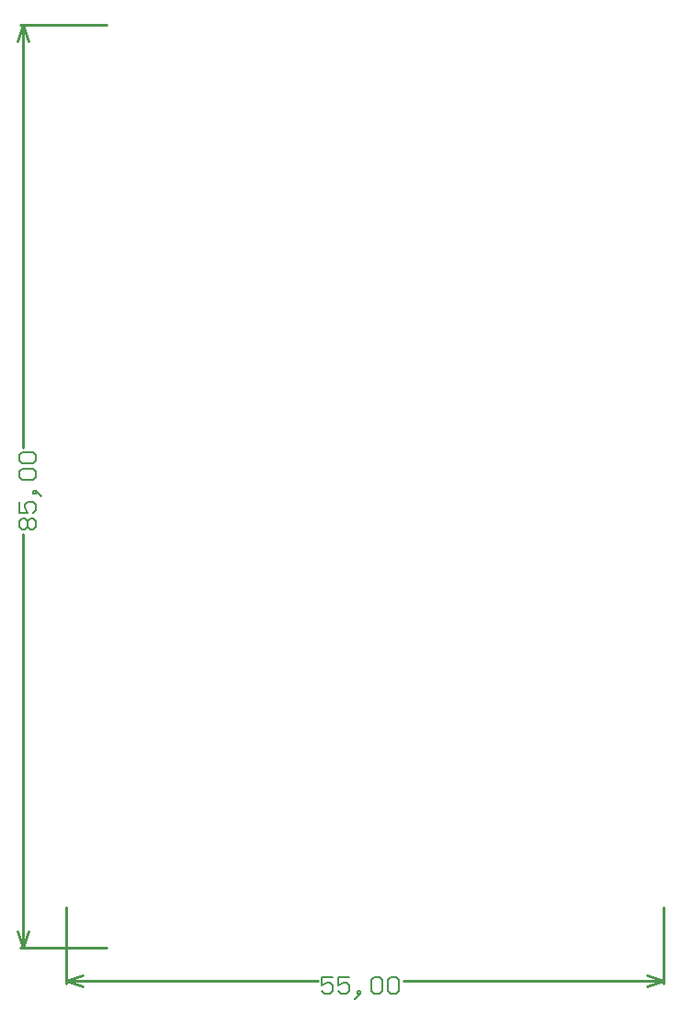
<source format=gm1>
G04 Layer_Color=16711935*
%FSLAX25Y25*%
%MOIN*%
G70*
G01*
G75*
%ADD30C,0.00600*%
%ADD34C,0.01000*%
D30*
X-16148Y151727D02*
X-17147Y152727D01*
Y154726D01*
X-16148Y155726D01*
X-15148D01*
X-14148Y154726D01*
X-13149Y155726D01*
X-12149D01*
X-11149Y154726D01*
Y152727D01*
X-12149Y151727D01*
X-13149D01*
X-14148Y152727D01*
X-15148Y151727D01*
X-16148D01*
X-14148Y152727D02*
Y154726D01*
X-17147Y161724D02*
Y157725D01*
X-14148D01*
X-15148Y159725D01*
Y160724D01*
X-14148Y161724D01*
X-12149D01*
X-11149Y160724D01*
Y158725D01*
X-12149Y157725D01*
X-10150Y164723D02*
X-11149Y165723D01*
X-12149D01*
Y164723D01*
X-11149D01*
Y165723D01*
X-10150Y164723D01*
X-9150Y163724D01*
X-16148Y169721D02*
X-17147Y170721D01*
Y172721D01*
X-16148Y173720D01*
X-12149D01*
X-11149Y172721D01*
Y170721D01*
X-12149Y169721D01*
X-16148D01*
Y175720D02*
X-17147Y176719D01*
Y178719D01*
X-16148Y179718D01*
X-12149D01*
X-11149Y178719D01*
Y176719D01*
X-12149Y175720D01*
X-16148D01*
X96671Y-10412D02*
X92672D01*
Y-13411D01*
X94672Y-12411D01*
X95671D01*
X96671Y-13411D01*
Y-15410D01*
X95671Y-16410D01*
X93672D01*
X92672Y-15410D01*
X102669Y-10412D02*
X98670D01*
Y-13411D01*
X100670Y-12411D01*
X101669D01*
X102669Y-13411D01*
Y-15410D01*
X101669Y-16410D01*
X99670D01*
X98670Y-15410D01*
X105668Y-17409D02*
X106668Y-16410D01*
Y-15410D01*
X105668D01*
Y-16410D01*
X106668D01*
X105668Y-17409D01*
X104668Y-18409D01*
X110666Y-11411D02*
X111666Y-10412D01*
X113665D01*
X114665Y-11411D01*
Y-15410D01*
X113665Y-16410D01*
X111666D01*
X110666Y-15410D01*
Y-11411D01*
X116665D02*
X117664Y-10412D01*
X119664D01*
X120663Y-11411D01*
Y-15410D01*
X119664Y-16410D01*
X117664D01*
X116665Y-15410D01*
Y-11411D01*
D34*
X-16748Y334646D02*
X14698D01*
X-16748Y0D02*
X14698D01*
X-15748Y181318D02*
Y334646D01*
Y0D02*
Y150127D01*
X-17748Y328646D02*
X-15748Y334646D01*
X-13748Y328646D01*
X-15748Y0D02*
X-13748Y6000D01*
X-17748D02*
X-15748Y0D01*
X0Y-12811D02*
Y14698D01*
X216535Y-12811D02*
Y14698D01*
X0Y-11811D02*
X91072D01*
X122263D02*
X216535D01*
X0D02*
X6000Y-13811D01*
X0Y-11811D02*
X6000Y-9811D01*
X210535D02*
X216535Y-11811D01*
X210535Y-13811D02*
X216535Y-11811D01*
M02*

</source>
